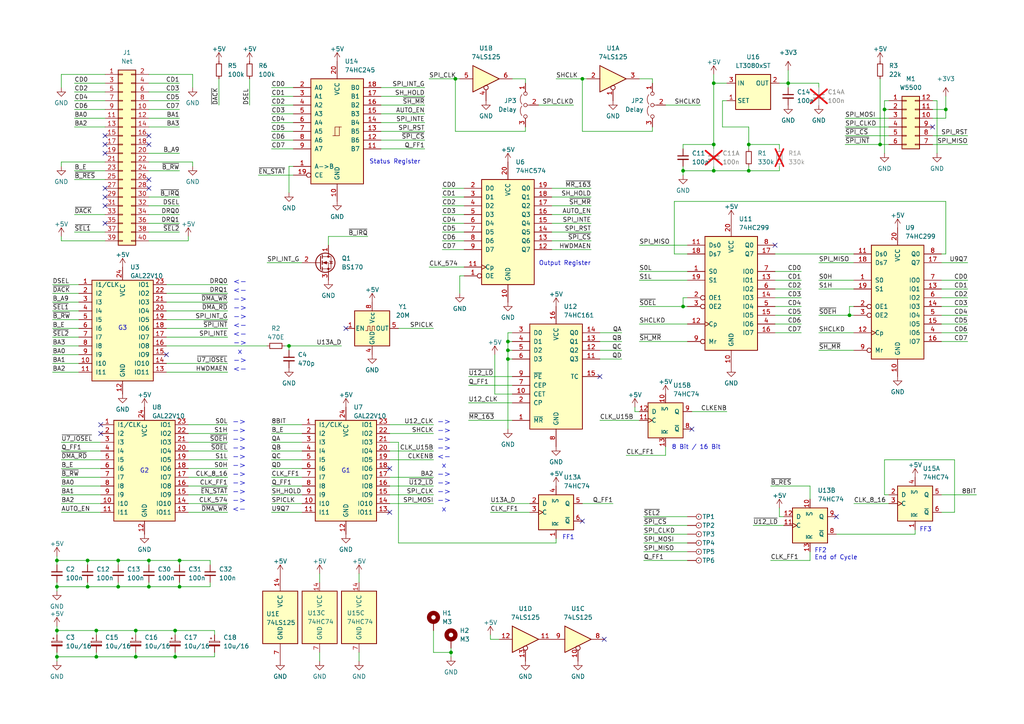
<source format=kicad_sch>
(kicad_sch (version 20231120) (generator "eeschema") (generator_version "8.0")
  (paper "A4")
  (title_block (title "09NET") (date "2025-02-01") (rev "v1.0") (company "100% Offner") (comment 1 "redraw from kees1948 FLEX and UniFLEX System") (comment 2 "v1.0: Initial"))
  (junction (at 147.32 101.6))
  (junction (at 147.32 104.14))
  (junction (at 27.94 190.5))
  (junction (at 16.51 190.5))
  (junction (at 274.32 31.75))
  (junction (at 217.17 49.53))
  (junction (at 207.01 41.91))
  (junction (at 198.12 49.53))
  (junction (at 83.82 100.33))
  (junction (at 43.18 162.56))
  (junction (at 168.91 22.86))
  (junction (at 16.51 170.18))
  (junction (at 147.32 99.06))
  (junction (at 52.07 162.56))
  (junction (at 52.07 170.18))
  (junction (at 228.6 24.13))
  (junction (at 43.18 170.18))
  (junction (at 39.37 182.88))
  (junction (at 207.01 24.13))
  (junction (at 130.81 189.23))
  (junction (at 39.37 190.5))
  (junction (at 34.29 162.56))
  (junction (at 50.8 190.5))
  (junction (at 132.08 22.86))
  (junction (at 34.29 170.18))
  (junction (at 25.4 162.56))
  (junction (at 255.27 41.91))
  (junction (at 217.17 41.91))
  (junction (at 198.12 88.9))
  (junction (at 207.01 49.53))
  (junction (at 25.4 170.18))
  (junction (at 246.38 91.44))
  (junction (at 50.8 182.88))
  (junction (at 16.51 162.56))
  (junction (at 256.54 31.75))
  (junction (at 16.51 182.88))
  (junction (at 27.94 182.88))
  (no_connect (at 270.51 36.83))
  (no_connect (at 30.48 59.69))
  (no_connect (at 242.57 149.86))
  (no_connect (at 100.33 95.25))
  (no_connect (at 43.18 52.07))
  (no_connect (at 30.48 41.91))
  (no_connect (at 175.26 185.42))
  (no_connect (at 224.79 71.12))
  (no_connect (at 43.18 54.61))
  (no_connect (at 173.99 109.22))
  (no_connect (at 29.21 125.73))
  (no_connect (at 30.48 54.61))
  (no_connect (at 30.48 39.37))
  (no_connect (at 113.03 135.89))
  (no_connect (at 43.18 39.37))
  (no_connect (at 30.48 57.15))
  (no_connect (at 113.03 148.59))
  (no_connect (at 48.26 102.87))
  (no_connect (at 168.91 151.13))
  (no_connect (at 30.48 64.77))
  (no_connect (at 200.66 124.46))
  (no_connect (at 29.21 123.19))
  (no_connect (at 43.18 41.91))
  (no_connect (at 30.48 44.45))
  (wire (pts (xy 160.02 64.77) (xy 171.45 64.77)))
  (wire (pts (xy 17.78 69.85) (xy 30.48 69.85)))
  (wire (pts (xy 143.51 102.87) (xy 143.51 114.3)))
  (wire (pts (xy 43.18 36.83) (xy 52.07 36.83)))
  (wire (pts (xy 62.23 189.23) (xy 62.23 190.5)))
  (wire (pts (xy 256.54 29.21) (xy 256.54 31.75)))
  (wire (pts (xy 274.32 73.66) (xy 274.32 58.42)))
  (wire (pts (xy 224.79 81.28) (xy 232.41 81.28)))
  (wire (pts (xy 181.61 132.08) (xy 193.04 132.08)))
  (wire (pts (xy 78.74 138.43) (xy 87.63 138.43)))
  (wire (pts (xy 135.89 109.22) (xy 148.59 109.22)))
  (wire (pts (xy 43.18 170.18) (xy 34.29 170.18)))
  (wire (pts (xy 161.29 22.86) (xy 168.91 22.86)))
  (wire (pts (xy 92.71 191.77) (xy 92.71 189.23)))
  (wire (pts (xy 115.57 95.25) (xy 125.73 95.25)))
  (wire (pts (xy 16.51 171.45) (xy 16.51 170.18)))
  (wire (pts (xy 43.18 29.21) (xy 52.07 29.21)))
  (wire (pts (xy 237.49 81.28) (xy 247.65 81.28)))
  (wire (pts (xy 156.21 30.48) (xy 166.37 30.48)))
  (wire (pts (xy 34.29 168.91) (xy 34.29 170.18)))
  (wire (pts (xy 217.17 41.91) (xy 226.06 41.91)))
  (wire (pts (xy 54.61 125.73) (xy 66.04 125.73)))
  (wire (pts (xy 234.95 140.97) (xy 234.95 144.78)))
  (wire (pts (xy 160.02 72.39) (xy 171.45 72.39)))
  (wire (pts (xy 255.27 22.86) (xy 255.27 41.91)))
  (wire (pts (xy 110.49 30.48) (xy 123.19 30.48)))
  (wire (pts (xy 147.32 99.06) (xy 148.59 99.06)))
  (wire (pts (xy 147.32 101.6) (xy 147.32 104.14)))
  (wire (pts (xy 168.91 22.86) (xy 170.18 22.86)))
  (wire (pts (xy 124.46 77.47) (xy 134.62 77.47)))
  (wire (pts (xy 195.58 73.66) (xy 199.39 73.66)))
  (wire (pts (xy 78.74 123.19) (xy 87.63 123.19)))
  (wire (pts (xy 228.6 24.13) (xy 228.6 25.4)))
  (wire (pts (xy 43.18 168.91) (xy 43.18 170.18)))
  (wire (pts (xy 161.29 157.48) (xy 115.57 157.48)))
  (wire (pts (xy 224.79 86.36) (xy 232.41 86.36)))
  (wire (pts (xy 54.61 138.43) (xy 66.04 138.43)))
  (wire (pts (xy 104.14 166.37) (xy 104.14 168.91)))
  (wire (pts (xy 147.32 96.52) (xy 148.59 96.52)))
  (wire (pts (xy 184.15 118.11) (xy 184.15 119.38)))
  (wire (pts (xy 160.02 69.85) (xy 171.45 69.85)))
  (wire (pts (xy 21.59 31.75) (xy 30.48 31.75)))
  (wire (pts (xy 113.03 125.73) (xy 125.73 125.73)))
  (wire (pts (xy 270.51 39.37) (xy 280.67 39.37)))
  (wire (pts (xy 83.82 100.33) (xy 82.55 100.33)))
  (wire (pts (xy 256.54 31.75) (xy 256.54 44.45)))
  (wire (pts (xy 173.99 121.92) (xy 185.42 121.92)))
  (wire (pts (xy 186.69 154.94) (xy 199.39 154.94)))
  (wire (pts (xy 110.49 27.94) (xy 123.19 27.94)))
  (wire (pts (xy 273.05 96.52) (xy 280.67 96.52)))
  (wire (pts (xy 15.24 100.33) (xy 22.86 100.33)))
  (wire (pts (xy 60.96 170.18) (xy 52.07 170.18)))
  (wire (pts (xy 147.32 96.52) (xy 147.32 99.06)))
  (wire (pts (xy 34.29 162.56) (xy 43.18 162.56)))
  (wire (pts (xy 185.42 93.98) (xy 199.39 93.98)))
  (wire (pts (xy 15.24 97.79) (xy 22.86 97.79)))
  (wire (pts (xy 43.18 44.45) (xy 52.07 44.45)))
  (wire (pts (xy 195.58 58.42) (xy 195.58 73.66)))
  (wire (pts (xy 142.24 185.42) (xy 144.78 185.42)))
  (wire (pts (xy 189.23 38.1) (xy 168.91 38.1)))
  (wire (pts (xy 273.05 81.28) (xy 280.67 81.28)))
  (wire (pts (xy 78.74 135.89) (xy 87.63 135.89)))
  (wire (pts (xy 209.55 29.21) (xy 210.82 29.21)))
  (wire (pts (xy 113.03 128.27) (xy 115.57 128.27)))
  (wire (pts (xy 273.05 93.98) (xy 280.67 93.98)))
  (wire (pts (xy 198.12 49.53) (xy 207.01 49.53)))
  (wire (pts (xy 15.24 87.63) (xy 22.86 87.63)))
  (wire (pts (xy 78.74 146.05) (xy 87.63 146.05)))
  (wire (pts (xy 273.05 86.36) (xy 280.67 86.36)))
  (wire (pts (xy 43.18 31.75) (xy 52.07 31.75)))
  (wire (pts (xy 78.74 125.73) (xy 87.63 125.73)))
  (wire (pts (xy 185.42 71.12) (xy 199.39 71.12)))
  (wire (pts (xy 168.91 38.1) (xy 168.91 22.86)))
  (wire (pts (xy 185.42 81.28) (xy 199.39 81.28)))
  (wire (pts (xy 52.07 168.91) (xy 52.07 170.18)))
  (wire (pts (xy 48.26 95.25) (xy 66.04 95.25)))
  (wire (pts (xy 16.51 162.56) (xy 16.51 161.29)))
  (wire (pts (xy 50.8 182.88) (xy 62.23 182.88)))
  (wire (pts (xy 83.82 48.26) (xy 85.09 48.26)))
  (wire (pts (xy 237.49 91.44) (xy 246.38 91.44)))
  (wire (pts (xy 245.11 34.29) (xy 257.81 34.29)))
  (wire (pts (xy 247.65 146.05) (xy 257.81 146.05)))
  (wire (pts (xy 17.78 128.27) (xy 29.21 128.27)))
  (wire (pts (xy 207.01 43.18) (xy 207.01 41.91)))
  (wire (pts (xy 17.78 146.05) (xy 29.21 146.05)))
  (wire (pts (xy 273.05 148.59) (xy 276.86 148.59)))
  (wire (pts (xy 224.79 96.52) (xy 232.41 96.52)))
  (wire (pts (xy 246.38 91.44) (xy 247.65 91.44)))
  (wire (pts (xy 62.23 182.88) (xy 62.23 184.15)))
  (wire (pts (xy 128.27 69.85) (xy 134.62 69.85)))
  (wire (pts (xy 152.4 22.86) (xy 152.4 24.13)))
  (wire (pts (xy 186.69 157.48) (xy 199.39 157.48)))
  (wire (pts (xy 189.23 36.83) (xy 189.23 38.1)))
  (wire (pts (xy 54.61 133.35) (xy 66.04 133.35)))
  (wire (pts (xy 48.26 97.79) (xy 66.04 97.79)))
  (wire (pts (xy 21.59 26.67) (xy 30.48 26.67)))
  (wire (pts (xy 27.94 182.88) (xy 39.37 182.88)))
  (wire (pts (xy 43.18 67.31) (xy 52.07 67.31)))
  (wire (pts (xy 147.32 104.14) (xy 148.59 104.14)))
  (wire (pts (xy 270.51 34.29) (xy 274.32 34.29)))
  (wire (pts (xy 228.6 20.32) (xy 228.6 24.13)))
  (wire (pts (xy 60.96 162.56) (xy 60.96 163.83)))
  (wire (pts (xy 15.24 90.17) (xy 22.86 90.17)))
  (wire (pts (xy 17.78 140.97) (xy 29.21 140.97)))
  (wire (pts (xy 128.27 62.23) (xy 134.62 62.23)))
  (wire (pts (xy 110.49 38.1) (xy 123.19 38.1)))
  (wire (pts (xy 270.51 31.75) (xy 274.32 31.75)))
  (wire (pts (xy 237.49 25.4) (xy 237.49 24.13)))
  (wire (pts (xy 52.07 62.23) (xy 43.18 62.23)))
  (wire (pts (xy 21.59 36.83) (xy 30.48 36.83)))
  (wire (pts (xy 133.35 80.01) (xy 134.62 80.01)))
  (wire (pts (xy 152.4 38.1) (xy 132.08 38.1)))
  (wire (pts (xy 246.38 88.9) (xy 246.38 91.44)))
  (wire (pts (xy 63.5 22.86) (xy 63.5 30.48)))
  (wire (pts (xy 198.12 41.91) (xy 198.12 43.18)))
  (wire (pts (xy 224.79 73.66) (xy 247.65 73.66)))
  (wire (pts (xy 113.03 140.97) (xy 125.73 140.97)))
  (wire (pts (xy 224.79 78.74) (xy 232.41 78.74)))
  (wire (pts (xy 60.96 168.91) (xy 60.96 170.18)))
  (wire (pts (xy 78.74 25.4) (xy 85.09 25.4)))
  (wire (pts (xy 113.03 143.51) (xy 125.73 143.51)))
  (wire (pts (xy 50.8 190.5) (xy 39.37 190.5)))
  (wire (pts (xy 43.18 21.59) (xy 55.88 21.59)))
  (wire (pts (xy 110.49 40.64) (xy 123.19 40.64)))
  (wire (pts (xy 226.06 147.32) (xy 226.06 149.86)))
  (wire (pts (xy 17.78 133.35) (xy 29.21 133.35)))
  (wire (pts (xy 21.59 49.53) (xy 30.48 49.53)))
  (wire (pts (xy 78.74 130.81) (xy 87.63 130.81)))
  (wire (pts (xy 128.27 72.39) (xy 134.62 72.39)))
  (wire (pts (xy 189.23 22.86) (xy 185.42 22.86)))
  (wire (pts (xy 274.32 31.75) (xy 274.32 34.29)))
  (wire (pts (xy 217.17 41.91) (xy 217.17 36.83)))
  (wire (pts (xy 198.12 49.53) (xy 198.12 48.26)))
  (wire (pts (xy 17.78 48.26) (xy 17.78 46.99)))
  (wire (pts (xy 54.61 123.19) (xy 66.04 123.19)))
  (wire (pts (xy 147.32 104.14) (xy 147.32 124.46)))
  (wire (pts (xy 273.05 83.82) (xy 280.67 83.82)))
  (wire (pts (xy 30.48 21.59) (xy 17.78 21.59)))
  (wire (pts (xy 271.78 29.21) (xy 271.78 44.45)))
  (wire (pts (xy 55.88 21.59) (xy 55.88 25.4)))
  (wire (pts (xy 17.78 68.58) (xy 17.78 69.85)))
  (wire (pts (xy 95.25 68.58) (xy 106.68 68.58)))
  (wire (pts (xy 17.78 148.59) (xy 29.21 148.59)))
  (wire (pts (xy 54.61 143.51) (xy 66.04 143.51)))
  (wire (pts (xy 15.24 85.09) (xy 22.86 85.09)))
  (wire (pts (xy 255.27 41.91) (xy 257.81 41.91)))
  (wire (pts (xy 256.54 31.75) (xy 257.81 31.75)))
  (wire (pts (xy 274.32 27.94) (xy 274.32 31.75)))
  (wire (pts (xy 256.54 133.35) (xy 256.54 143.51)))
  (wire (pts (xy 17.78 130.81) (xy 29.21 130.81)))
  (wire (pts (xy 237.49 83.82) (xy 247.65 83.82)))
  (wire (pts (xy 104.14 191.77) (xy 104.14 189.23)))
  (wire (pts (xy 209.55 36.83) (xy 209.55 29.21)))
  (wire (pts (xy 207.01 24.13) (xy 210.82 24.13)))
  (wire (pts (xy 224.79 83.82) (xy 232.41 83.82)))
  (wire (pts (xy 184.15 119.38) (xy 185.42 119.38)))
  (wire (pts (xy 128.27 64.77) (xy 134.62 64.77)))
  (wire (pts (xy 274.32 58.42) (xy 195.58 58.42)))
  (wire (pts (xy 132.08 22.86) (xy 133.35 22.86)))
  (wire (pts (xy 226.06 49.53) (xy 226.06 48.26)))
  (wire (pts (xy 95.25 71.12) (xy 95.25 68.58)))
  (wire (pts (xy 113.03 146.05) (xy 125.73 146.05)))
  (wire (pts (xy 17.78 138.43) (xy 29.21 138.43)))
  (wire (pts (xy 245.11 36.83) (xy 257.81 36.83)))
  (wire (pts (xy 224.79 91.44) (xy 232.41 91.44)))
  (wire (pts (xy 237.49 101.6) (xy 247.65 101.6)))
  (wire (pts (xy 48.26 100.33) (xy 77.47 100.33)))
  (wire (pts (xy 72.39 22.86) (xy 72.39 30.48)))
  (wire (pts (xy 193.04 30.48) (xy 203.2 30.48)))
  (wire (pts (xy 115.57 157.48) (xy 115.57 128.27)))
  (wire (pts (xy 54.61 130.81) (xy 66.04 130.81)))
  (wire (pts (xy 226.06 41.91) (xy 226.06 43.18)))
  (wire (pts (xy 223.52 140.97) (xy 234.95 140.97)))
  (wire (pts (xy 25.4 162.56) (xy 34.29 162.56)))
  (wire (pts (xy 160.02 57.15) (xy 171.45 57.15)))
  (wire (pts (xy 113.03 123.19) (xy 125.73 123.19)))
  (wire (pts (xy 15.24 95.25) (xy 22.86 95.25)))
  (wire (pts (xy 50.8 182.88) (xy 50.8 184.15)))
  (wire (pts (xy 78.74 43.18) (xy 85.09 43.18)))
  (wire (pts (xy 25.4 168.91) (xy 25.4 170.18)))
  (wire (pts (xy 161.29 156.21) (xy 161.29 157.48)))
  (wire (pts (xy 186.69 149.86) (xy 199.39 149.86)))
  (wire (pts (xy 128.27 54.61) (xy 134.62 54.61)))
  (wire (pts (xy 110.49 35.56) (xy 123.19 35.56)))
  (wire (pts (xy 39.37 182.88) (xy 39.37 184.15)))
  (wire (pts (xy 186.69 160.02) (xy 199.39 160.02)))
  (wire (pts (xy 15.24 105.41) (xy 22.86 105.41)))
  (wire (pts (xy 147.32 101.6) (xy 148.59 101.6)))
  (wire (pts (xy 189.23 22.86) (xy 189.23 24.13)))
  (wire (pts (xy 128.27 59.69) (xy 134.62 59.69)))
  (wire (pts (xy 245.11 39.37) (xy 257.81 39.37)))
  (wire (pts (xy 48.26 92.71) (xy 66.04 92.71)))
  (wire (pts (xy 52.07 170.18) (xy 43.18 170.18)))
  (wire (pts (xy 132.08 38.1) (xy 132.08 22.86)))
  (wire (pts (xy 128.27 57.15) (xy 134.62 57.15)))
  (wire (pts (xy 74.93 50.8) (xy 85.09 50.8)))
  (wire (pts (xy 147.32 99.06) (xy 147.32 101.6)))
  (wire (pts (xy 16.51 182.88) (xy 16.51 181.61)))
  (wire (pts (xy 78.74 133.35) (xy 87.63 133.35)))
  (wire (pts (xy 21.59 24.13) (xy 30.48 24.13)))
  (wire (pts (xy 21.59 67.31) (xy 30.48 67.31)))
  (wire (pts (xy 39.37 190.5) (xy 27.94 190.5)))
  (wire (pts (xy 110.49 25.4) (xy 123.19 25.4)))
  (wire (pts (xy 273.05 76.2) (xy 280.67 76.2)))
  (wire (pts (xy 125.73 189.23) (xy 125.73 182.88)))
  (wire (pts (xy 43.18 49.53) (xy 52.07 49.53)))
  (wire (pts (xy 186.69 152.4) (xy 199.39 152.4)))
  (wire (pts (xy 246.38 88.9) (xy 247.65 88.9)))
  (wire (pts (xy 173.99 101.6) (xy 180.34 101.6)))
  (wire (pts (xy 185.42 99.06) (xy 199.39 99.06)))
  (wire (pts (xy 21.59 34.29) (xy 30.48 34.29)))
  (wire (pts (xy 25.4 162.56) (xy 25.4 163.83)))
  (wire (pts (xy 270.51 41.91) (xy 280.67 41.91)))
  (wire (pts (xy 217.17 49.53) (xy 217.17 48.26)))
  (wire (pts (xy 237.49 96.52) (xy 247.65 96.52)))
  (wire (pts (xy 207.01 24.13) (xy 207.01 41.91)))
  (wire (pts (xy 270.51 29.21) (xy 271.78 29.21)))
  (wire (pts (xy 21.59 52.07) (xy 30.48 52.07)))
  (wire (pts (xy 276.86 133.35) (xy 256.54 133.35)))
  (wire (pts (xy 55.88 48.26) (xy 55.88 46.99)))
  (wire (pts (xy 16.51 163.83) (xy 16.51 162.56)))
  (wire (pts (xy 48.26 105.41) (xy 66.04 105.41)))
  (wire (pts (xy 223.52 162.56) (xy 234.95 162.56)))
  (wire (pts (xy 276.86 148.59) (xy 276.86 133.35)))
  (wire (pts (xy 48.26 107.95) (xy 66.04 107.95)))
  (wire (pts (xy 173.99 99.06) (xy 180.34 99.06)))
  (wire (pts (xy 48.26 87.63) (xy 66.04 87.63)))
  (wire (pts (xy 185.42 88.9) (xy 198.12 88.9)))
  (wire (pts (xy 78.74 143.51) (xy 87.63 143.51)))
  (wire (pts (xy 207.01 41.91) (xy 198.12 41.91)))
  (wire (pts (xy 77.47 76.2) (xy 87.63 76.2)))
  (wire (pts (xy 27.94 189.23) (xy 27.94 190.5)))
  (wire (pts (xy 135.89 121.92) (xy 148.59 121.92)))
  (wire (pts (xy 52.07 162.56) (xy 60.96 162.56)))
  (wire (pts (xy 130.81 190.5) (xy 130.81 189.23)))
  (wire (pts (xy 16.51 191.77) (xy 16.51 190.5)))
  (wire (pts (xy 160.02 59.69) (xy 171.45 59.69)))
  (wire (pts (xy 43.18 26.67) (xy 52.07 26.67)))
  (wire (pts (xy 15.24 92.71) (xy 22.86 92.71)))
  (wire (pts (xy 78.74 30.48) (xy 85.09 30.48)))
  (wire (pts (xy 152.4 22.86) (xy 148.59 22.86)))
  (wire (pts (xy 193.04 132.08) (xy 193.04 129.54)))
  (wire (pts (xy 78.74 148.59) (xy 87.63 148.59)))
  (wire (pts (xy 54.61 146.05) (xy 66.04 146.05)))
  (wire (pts (xy 237.49 24.13) (xy 228.6 24.13)))
  (wire (pts (xy 198.12 50.8) (xy 198.12 49.53)))
  (wire (pts (xy 283.21 143.51) (xy 273.05 143.51)))
  (wire (pts (xy 92.71 166.37) (xy 92.71 168.91)))
  (wire (pts (xy 265.43 154.94) (xy 242.57 154.94)))
  (wire (pts (xy 199.39 86.36) (xy 198.12 86.36)))
  (wire (pts (xy 228.6 24.13) (xy 226.06 24.13)))
  (wire (pts (xy 78.74 40.64) (xy 85.09 40.64)))
  (wire (pts (xy 173.99 104.14) (xy 180.34 104.14)))
  (wire (pts (xy 142.24 148.59) (xy 153.67 148.59)))
  (wire (pts (xy 198.12 86.36) (xy 198.12 88.9)))
  (wire (pts (xy 52.07 64.77) (xy 43.18 64.77)))
  (wire (pts (xy 54.61 128.27) (xy 66.04 128.27)))
  (wire (pts (xy 130.81 189.23) (xy 125.73 189.23)))
  (wire (pts (xy 21.59 29.21) (xy 30.48 29.21)))
  (wire (pts (xy 83.82 101.6) (xy 83.82 100.33)))
  (wire (pts (xy 16.51 170.18) (xy 16.51 168.91)))
  (wire (pts (xy 34.29 170.18) (xy 25.4 170.18)))
  (wire (pts (xy 43.18 24.13) (xy 52.07 24.13)))
  (wire (pts (xy 128.27 67.31) (xy 134.62 67.31)))
  (wire (pts (xy 43.18 57.15) (xy 52.07 57.15)))
  (wire (pts (xy 198.12 88.9) (xy 199.39 88.9)))
  (wire (pts (xy 226.06 149.86) (xy 227.33 149.86)))
  (wire (pts (xy 273.05 99.06) (xy 280.67 99.06)))
  (wire (pts (xy 160.02 54.61) (xy 171.45 54.61)))
  (wire (pts (xy 273.05 91.44) (xy 280.67 91.44)))
  (wire (pts (xy 135.89 111.76) (xy 148.59 111.76)))
  (wire (pts (xy 143.51 114.3) (xy 148.59 114.3)))
  (wire (pts (xy 27.94 190.5) (xy 16.51 190.5)))
  (wire (pts (xy 173.99 96.52) (xy 180.34 96.52)))
  (wire (pts (xy 17.78 143.51) (xy 29.21 143.51)))
  (wire (pts (xy 78.74 38.1) (xy 85.09 38.1)))
  (wire (pts (xy 54.61 140.97) (xy 66.04 140.97)))
  (wire (pts (xy 78.74 35.56) (xy 85.09 35.56)))
  (wire (pts (xy 16.51 182.88) (xy 27.94 182.88)))
  (wire (pts (xy 25.4 170.18) (xy 16.51 170.18)))
  (wire (pts (xy 43.18 46.99) (xy 55.88 46.99)))
  (wire (pts (xy 177.8 146.05) (xy 168.91 146.05)))
  (wire (pts (xy 62.23 190.5) (xy 50.8 190.5)))
  (wire (pts (xy 15.24 102.87) (xy 22.86 102.87)))
  (wire (pts (xy 39.37 189.23) (xy 39.37 190.5)))
  (wire (pts (xy 48.26 90.17) (xy 66.04 90.17)))
  (wire (pts (xy 83.82 100.33) (xy 99.06 100.33)))
  (wire (pts (xy 160.02 62.23) (xy 171.45 62.23)))
  (wire (pts (xy 185.42 78.74) (xy 199.39 78.74)))
  (wire (pts (xy 224.79 93.98) (xy 232.41 93.98)))
  (wire (pts (xy 217.17 36.83) (xy 209.55 36.83)))
  (wire (pts (xy 135.89 116.84) (xy 148.59 116.84)))
  (wire (pts (xy 34.29 162.56) (xy 34.29 163.83)))
  (wire (pts (xy 78.74 140.97) (xy 87.63 140.97)))
  (wire (pts (xy 245.11 41.91) (xy 255.27 41.91)))
  (wire (pts (xy 27.94 182.88) (xy 27.94 184.15)))
  (wire (pts (xy 43.18 162.56) (xy 52.07 162.56)))
  (wire (pts (xy 83.82 48.26) (xy 83.82 55.88)))
  (wire (pts (xy 265.43 153.67) (xy 265.43 154.94)))
  (wire (pts (xy 78.74 128.27) (xy 87.63 128.27)))
  (wire (pts (xy 200.66 119.38) (xy 210.82 119.38)))
  (wire (pts (xy 237.49 76.2) (xy 247.65 76.2)))
  (wire (pts (xy 273.05 73.66) (xy 274.32 73.66)))
  (wire (pts (xy 15.24 107.95) (xy 22.86 107.95)))
  (wire (pts (xy 21.59 62.23) (xy 30.48 62.23)))
  (wire (pts (xy 54.61 68.58) (xy 54.61 69.85)))
  (wire (pts (xy 113.03 130.81) (xy 125.73 130.81)))
  (wire (pts (xy 152.4 36.83) (xy 152.4 38.1)))
  (wire (pts (xy 110.49 33.02) (xy 123.19 33.02)))
  (wire (pts (xy 217.17 49.53) (xy 226.06 49.53)))
  (wire (pts (xy 15.24 82.55) (xy 22.86 82.55)))
  (wire (pts (xy 16.51 184.15) (xy 16.51 182.88)))
  (wire (pts (xy 186.69 162.56) (xy 199.39 162.56)))
  (wire (pts (xy 39.37 182.88) (xy 50.8 182.88)))
  (wire (pts (xy 142.24 146.05) (xy 153.67 146.05)))
  (wire (pts (xy 257.81 29.21) (xy 256.54 29.21)))
  (wire (pts (xy 16.51 162.56) (xy 25.4 162.56)))
  (wire (pts (xy 43.18 162.56) (xy 43.18 163.83)))
  (wire (pts (xy 273.05 88.9) (xy 280.67 88.9)))
  (wire (pts (xy 207.01 21.59) (xy 207.01 24.13)))
  (wire (pts (xy 50.8 189.23) (xy 50.8 190.5)))
  (wire (pts (xy 124.46 22.86) (xy 132.08 22.86)))
  (wire (pts (xy 52.07 162.56) (xy 52.07 163.83)))
  (wire (pts (xy 43.18 34.29) (xy 52.07 34.29)))
  (wire (pts (xy 217.17 43.18) (xy 217.17 41.91)))
  (wire (pts (xy 224.79 88.9) (xy 232.41 88.9)))
  (wire (pts (xy 17.78 21.59) (xy 17.78 25.4)))
  (wire (pts (xy 142.24 184.15) (xy 142.24 185.42)))
  (wire (pts (xy 256.54 143.51) (xy 257.81 143.51)))
  (wire (pts (xy 130.81 189.23) (xy 130.81 187.96)))
  (wire (pts (xy 218.44 152.4) (xy 227.33 152.4)))
  (wire (pts (xy 234.95 162.56) (xy 234.95 160.02)))
  (wire (pts (xy 110.49 43.18) (xy 123.19 43.18)))
  (wire (pts (xy 160.02 67.31) (xy 171.45 67.31)))
  (wire (pts (xy 43.18 69.85) (xy 54.61 69.85)))
  (wire (pts (xy 78.74 27.94) (xy 85.09 27.94)))
  (wire (pts (xy 52.07 59.69) (xy 43.18 59.69)))
  (wire (pts (xy 113.03 138.43) (xy 125.73 138.43)))
  (wire (pts (xy 207.01 49.53) (xy 217.17 49.53)))
  (wire (pts (xy 54.61 135.89) (xy 66.04 135.89)))
  (wire (pts (xy 17.78 135.89) (xy 29.21 135.89)))
  (wire (pts (xy 17.78 46.99) (xy 30.48 46.99)))
  (wire (pts (xy 48.26 82.55) (xy 66.04 82.55)))
  (wire (pts (xy 48.26 85.09) (xy 66.04 85.09)))
  (wire (pts (xy 54.61 148.59) (xy 66.04 148.59)))
  (wire (pts (xy 113.03 133.35) (xy 125.73 133.35)))
  (wire (pts (xy 78.74 33.02) (xy 85.09 33.02)))
  (wire (pts (xy 207.01 49.53) (xy 207.01 48.26)))
  (wire (pts (xy 16.51 190.5) (xy 16.51 189.23)))
  (wire (pts (xy 133.35 80.01) (xy 133.35 85.09)))
  (text "FF3" (at 268.478 153.67 0) (effects (font (size 1.27 1.27))))
  (text "FF1" (at 164.846 155.956 0) (effects (font (size 1.27 1.27))))
  (text "Output Register" (at 163.83 76.454 0) (effects (font (size 1.27 1.27))))
  (text "->\n->\n->\n->\n->\n->\n->\n->\n->\n->\n<-" (at 69.342 135.128 0) (effects (font (size 1.5748 1.5748))))
  (text "FF2\nEnd of Cycle" (at 236.22 160.782 0) (effects (font (size 1.27 1.27)) (justify left)))
  (text "G3" (at 35.56 95.25 0) (effects (font (size 1.27 1.27))))
  (text "G1" (at 100.33 136.652 0) (effects (font (size 1.27 1.27))))
  (text "<-\n<-\n->\n->\n->\n<-\n<-\n->\nx\n->\n<-" (at 69.596 94.488 0) (effects (font (size 1.5748 1.5748))))
  (text "8 Bit / 16 Bit" (at 201.93 129.794 0) (effects (font (size 1.27 1.27))))
  (text "Status Register" (at 114.554 46.99 0) (effects (font (size 1.27 1.27))))
  (text "->\n->\n->\n->\n<-\nx\n->\n->\n->\n->\nx" (at 128.778 135.128 0) (effects (font (size 1.5748 1.5748))))
  (text "G2" (at 41.91 136.652 0) (effects (font (size 1.27 1.27))))
  (label "U9Q7" (at 280.67 76.2 180))
  (label "CD1" (at 232.41 81.28 180))
  (label "SPI_RST" (at 123.19 38.1 180))
  (label "~{EN_STAT}" (at 74.93 50.8 0))
  (label "BA0" (at 21.59 34.29 0))
  (label "Q_FF1" (at 78.74 140.97 0))
  (label "CD6" (at 128.27 69.85 0))
  (label "~{SEL1}" (at 15.24 90.17 0))
  (label "~{MR_163}" (at 135.89 121.92 0))
  (label "CLK_FF1" (at 66.04 140.97 180))
  (label "CD3" (at 52.07 26.67 180))
  (label "~{U12_LD}" (at 218.44 152.4 0))
  (label "SPI_INT_G" (at 77.47 76.2 0))
  (label "QC" (at 180.34 101.6 180))
  (label "S1L" (at 66.04 133.35 180))
  (label "QB" (at 78.74 130.81 0))
  (label "SPI_CLKD" (at 186.69 154.94 0))
  (label "U12_CLK" (at 125.73 123.19 180))
  (label "U13A_D" (at 142.24 146.05 0))
  (label "~{SEL2}" (at 186.69 149.86 0))
  (label "~{DMA_RD}" (at 17.78 133.35 0))
  (label "CD3" (at 78.74 33.02 0))
  (label "CD5" (at 232.41 91.44 180))
  (label "SPI_MOSI" (at 245.11 34.29 0))
  (label "SPI_INT_G" (at 123.19 25.4 180))
  (label "~{SPI_CS}" (at 123.19 40.64 180))
  (label "CD0" (at 78.74 25.4 0))
  (label "BA2" (at 17.78 146.05 0))
  (label "8BIT" (at 78.74 123.19 0))
  (label "~{SOEL}" (at 185.42 88.9 0))
  (label "HWDMAEN" (at 66.04 107.95 180))
  (label "CLK_FF1" (at 223.52 162.56 0))
  (label "SPI_CLKD" (at 166.37 30.48 180))
  (label "~{B_RES}" (at 223.52 140.97 0))
  (label "~{SH_MR}" (at 185.42 99.06 0))
  (label "CD5" (at 78.74 38.1 0))
  (label "~{SOEH}" (at 66.04 128.27 180))
  (label "~{B_RES}" (at 21.59 52.07 0))
  (label "HWDMAEN" (at 171.45 72.39 180))
  (label "U13A_D" (at 99.06 100.33 180))
  (label "CD7" (at 232.41 96.52 180))
  (label "~{MR_163}" (at 171.45 54.61 180))
  (label "CD1" (at 128.27 57.15 0))
  (label "QC" (at 78.74 133.35 0))
  (label "Q_FF1" (at 123.19 43.18 180))
  (label "CD2" (at 128.27 59.69 0))
  (label "AUTO_EN" (at 123.19 33.02 180))
  (label "S1L" (at 185.42 81.28 0))
  (label "BA3" (at 52.07 36.83 180))
  (label "QD" (at 78.74 135.89 0))
  (label "~{DACK}" (at 21.59 62.23 0))
  (label "SPI_MOSI" (at 125.73 146.05 180))
  (label "CLK_8_16" (at 66.04 138.43 180))
  (label "CD7" (at 280.67 99.06 180))
  (label "SPICLK" (at 125.73 95.25 180))
  (label "SPI_MISO" (at 186.69 160.02 0))
  (label "SHCLK" (at 161.29 22.86 0))
  (label "~{SPI_INT}" (at 66.04 95.25 180))
  (label "CD4" (at 128.27 64.77 0))
  (label "SH_HOLD" (at 123.19 27.94 180))
  (label "~{SEL2}" (at 52.07 67.31 180))
  (label "S0L" (at 66.04 123.19 180))
  (label "AUTO_EN" (at 171.45 62.23 180))
  (label "CD3" (at 232.41 86.36 180))
  (label "~{SEL2}" (at 15.24 97.79 0))
  (label "CD1" (at 52.07 24.13 180))
  (label "CD4" (at 232.41 88.9 180))
  (label "SPI_MISO" (at 280.67 41.91 180))
  (label "~{SPI_CS}" (at 245.11 39.37 0))
  (label "SHCLKD" (at 203.2 30.48 180))
  (label "SPI_INTE" (at 171.45 64.77 180))
  (label "~{B_IRQ}" (at 52.07 57.15 180))
  (label "CD2" (at 21.59 26.67 0))
  (label "~{U12_LD}" (at 135.89 109.22 0))
  (label "~{SPI_CS}" (at 186.69 152.4 0))
  (label "Q_FF1" (at 177.8 146.05 180))
  (label "QA" (at 180.34 96.52 180))
  (label "CLKENB" (at 210.82 119.38 180))
  (label "CD5" (at 280.67 93.98 180))
  (label "QD" (at 180.34 104.14 180))
  (label "CD1" (at 78.74 27.94 0))
  (label "~{B_RW}" (at 52.07 49.53 180))
  (label "CLK_FF1" (at 181.61 132.08 0))
  (label "SPI_MISO" (at 237.49 76.2 0))
  (label "~{B_IRQ}" (at 106.68 68.58 180))
  (label "CD4" (at 280.67 91.44 180))
  (label "CLK_574" (at 124.46 77.47 0))
  (label "CD6" (at 232.41 93.98 180))
  (label "~{DACK}" (at 63.5 30.48 90))
  (label "S0L" (at 185.42 78.74 0))
  (label "SPI_INTE" (at 66.04 97.79 180))
  (label "B_E" (at 17.78 135.89 0))
  (label "S1H" (at 237.49 83.82 0))
  (label "SPI_MOSI" (at 186.69 157.48 0))
  (label "BA3" (at 15.24 100.33 0))
  (label "~{EN_STAT}" (at 66.04 143.51 180))
  (label "U9Q7" (at 78.74 148.59 0))
  (label "Q_FF1" (at 186.69 162.56 0))
  (label "AUTO_EN" (at 17.78 148.59 0))
  (label "QB" (at 180.34 99.06 180))
  (label "CD2" (at 280.67 86.36 180))
  (label "S0H" (at 66.04 135.89 180))
  (label "CLK_8_16" (at 247.65 146.05 0))
  (label "~{DACK}" (at 15.24 85.09 0))
  (label "B_A9" (at 15.24 87.63 0))
  (label "CD4" (at 21.59 29.21 0))
  (label "U12_CLK" (at 135.89 116.84 0))
  (label "CD3" (at 280.67 88.9 180))
  (label "DRQ0" (at 52.07 62.23 180))
  (label "CD5" (at 52.07 29.21 180))
  (label "CD7" (at 78.74 43.18 0))
  (label "Q_FF1" (at 135.89 111.76 0))
  (label "BA0" (at 15.24 102.87 0))
  (label "CD6" (at 78.74 40.64 0))
  (label "S0H" (at 237.49 81.28 0))
  (label "~{SOEH}" (at 237.49 91.44 0))
  (label "CD0" (at 232.41 78.74 180))
  (label "B_A9" (at 52.07 44.45 180))
  (label "~{DMA_WR}" (at 66.04 87.63 180))
  (label "CD6" (at 21.59 31.75 0))
  (label "CLK_FF1" (at 142.24 148.59 0))
  (label "DSEL" (at 52.07 59.69 180))
  (label "SPI_INTE" (at 123.19 35.56 180))
  (label "CD0" (at 128.27 54.61 0))
  (label "B_E" (at 15.24 95.25 0))
  (label "~{B_RW}" (at 17.78 138.43 0))
  (label "B_E" (at 78.74 125.73 0))
  (label "BA2" (at 125.73 138.43 180))
  (label "~{SOEL}" (at 66.04 130.81 180))
  (label "SHCLKD" (at 237.49 96.52 0))
  (label "~{U7_IOSEL}" (at 66.04 105.41 180))
  (label "CLKENB" (at 125.73 133.35 180))
  (label "~{U12_LD}" (at 125.73 140.97 180))
  (label "~{SEL1}" (at 21.59 67.31 0))
  (label "QA" (at 78.74 128.27 0))
  (label "SH_HOLD" (at 171.45 57.15 180))
  (label "~{B_RW}" (at 15.24 92.71 0))
  (label "BA1" (at 17.78 143.51 0))
  (label "BA1" (at 52.07 34.29 180))
  (label "~{DMA_WR}" (at 66.04 148.59 180))
  (label "~{SH_MR}" (at 123.19 30.48 180))
  (label "CD0" (at 280.67 81.28 180))
  (label "CLK_U15B" (at 125.73 130.81 180))
  (label "CLK_574" (at 66.04 146.05 180))
  (label "BA2" (at 21.59 36.83 0))
  (label "DSEL" (at 15.24 82.55 0))
  (label "SPI_INT_G" (at 66.04 92.71 180))
  (label "SPI_CLK" (at 125.73 143.51 180))
  (label "CD3" (at 128.27 62.23 0))
  (label "S1H" (at 66.04 125.73 180))
  (label "CD1" (at 280.67 83.82 180))
  (label "~{SH_MR}" (at 237.49 101.6 0))
  (label "~{SPI_CS}" (at 171.45 69.85 180))
  (label "CD4" (at 78.74 35.56 0))
  (label "DRQ0" (at 66.04 82.55 180))
  (label "CD0" (at 21.59 24.13 0))
  (label "~{SPI_INT}" (at 245.11 41.91 0))
  (label "CD6" (at 280.67 96.52 180))
  (label "CD2" (at 78.74 30.48 0))
  (label "CD7" (at 52.07 31.75 180))
  (label "SPICLK" (at 78.74 146.05 0))
  (label "DSEL" (at 72.39 30.48 90))
  (label "SH_HOLD" (at 78.74 143.51 0))
  (label "SPI_CLKD" (at 245.11 36.83 0))
  (label "SPI_RST" (at 280.67 39.37 180))
  (label "~{SH_MR}" (at 171.45 59.69 180))
  (label "CLK_U15B" (at 173.99 121.92 0))
  (label "SHCLK" (at 125.73 125.73 180))
  (label "~{U7_IOSEL}" (at 17.78 128.27 0))
  (label "CLK_FF1" (at 78.74 138.43 0))
  (label "SPI_CLK" (at 124.46 22.86 0))
  (label "SHCLKD" (at 185.42 93.98 0))
  (label "CD5" (at 128.27 67.31 0))
  (label "SPI_MISO" (at 185.42 71.12 0))
  (label "B_E" (at 21.59 49.53 0))
  (label "SPI_RST" (at 171.45 67.31 180))
  (label "BA2" (at 15.24 107.95 0))
  (label "~{DMA_RD}" (at 66.04 90.17 180))
  (label "BA1" (at 15.24 105.41 0))
  (label "CD2" (at 232.41 83.82 180))
  (label "DRQ1" (at 52.07 64.77 180))
  (label "Q_FF1" (at 17.78 130.81 0))
  (label "BA0" (at 17.78 140.97 0))
  (label "CD7" (at 128.27 72.39 0))
  (label "8BIT" (at 283.21 143.51 180))
  (label "DRQ1" (at 66.04 85.09 180))
  (symbol (lib_id "power:GND") (at 260.35 109.22 0) (unit 1)
    (property "Reference" "#PWR29" (effects (hide yes)))
    (property "Value" "GND" (at 260.35 113.6634 0))
  )
  (symbol (lib_id "power:+5V") (at 143.51 102.87 0) (mirror y) (unit 1)
    (property "Reference" "#PWR42" (effects (hide yes)))
    (property "Value" "+5V" (at 143.51 99.2942 0))
  )
  (symbol (lib_id "power:GND") (at 97.79 58.42 0) (unit 1)
    (property "Reference" "#PWR061" (effects (hide yes)))
    (property "Value" "GND" (at 97.79 62.8634 0))
  )
  (symbol (lib_id "74xx:74LS125") (at 152.4 185.42 0) (unit 4)
    (property "Reference" "U1" (at 152.4 176.53 0))
    (property "Value" "74LS125" (at 152.4 179.07 0))
    (property "Datasheet" "http://www.ti.com/lit/gpn/sn74LS125" (effects (hide yes)))
    (property "Description" "Quad buffer 3-State outputs" (effects (hide yes)))
  )
  (symbol (lib_id "74xx:74LS74") (at 104.14 179.07 0) (unit 3)
    (property "Reference" "U15" (at 100.584 177.8 0) (effects (justify left)))
    (property "Value" "74HC74" (at 100.584 180.34 0) (effects (justify left)))
    (property "Datasheet" "74xx/74hc_hct74.pdf" (effects (hide yes)))
    (property "Description" "Dual D Flip-flop, Set & Reset" (effects (hide yes)))
  )
  (symbol (lib_id "power:GND") (at 41.91 154.94 0) (unit 1)
    (property "Reference" "#PWR22" (effects (hide yes)))
    (property "Value" "GND" (at 41.91 159.3834 0))
  )
  (symbol (lib_id "Device:C_Small") (at 228.6 27.94 0) (unit 1)
    (property "Reference" "C14" (at 231.14 26.6762 0) (effects (justify left)))
    (property "Value" "100n" (at 231.14 29.2162 0) (effects (justify left)))
    (property "Description" "Unpolarized capacitor, small symbol" (effects (hide yes)))
  )
  (symbol (lib_id "74xx:74LS299") (at 212.09 83.82 0) (unit 1)
    (property "Reference" "U11" (at 214.2841 63.5 0) (effects (justify left)))
    (property "Value" "74HC299" (at 214.2841 66.04 0) (effects (justify left)))
    (property "Datasheet" "http://www.ti.com/lit/gpn/sn74LS299" (effects (hide yes)))
    (property "Description" "8-bit Universal shift/storage Register" (effects (hide yes)))
  )
  (symbol (lib_id "power:GND") (at 130.81 190.5 0) (unit 1)
    (property "Reference" "#PWR59" (effects (hide yes)))
    (property "Value" "GND" (at 130.81 194.9434 0))
  )
  (symbol (lib_id "74xx:74LS125") (at 167.64 185.42 0) (unit 3)
    (property "Reference" "U1" (at 167.64 176.53 0))
    (property "Value" "74LS125" (at 167.64 179.07 0))
    (property "Datasheet" "http://www.ti.com/lit/gpn/sn74LS125" (effects (hide yes)))
    (property "Description" "Quad buffer 3-State outputs" (effects (hide yes)))
  )
  (symbol (lib_id "74xx:74LS161") (at 161.29 109.22 0) (unit 1)
    (property "Reference" "U12" (at 163.4841 88.9 0) (effects (justify left)))
    (property "Value" "74HC161" (at 163.4841 91.44 0) (effects (justify left)))
    (property "Datasheet" "http://www.ti.com/lit/gpn/sn74LS161" (effects (hide yes)))
    (property "Description" "Synchronous 4-bit programmable binary Counter" (effects (hide yes)))
  )
  (symbol (lib_id "74xx:74LS74") (at 193.04 121.92 0) (unit 2)
    (property "Reference" "U15" (at 195.2341 111.76 0) (effects (justify left)))
    (property "Value" "74HC74" (at 195.2341 114.3 0) (effects (justify left)))
    (property "Datasheet" "74xx/74hc_hct74.pdf" (effects (hide yes)))
    (property "Description" "Dual D Flip-flop, Set & Reset" (effects (hide yes)))
  )
  (symbol (lib_id "power:GND") (at 167.64 191.77 0) (unit 1)
    (property "Reference" "#PWR6" (effects (hide yes)))
    (property "Value" "GND" (at 167.64 196.2134 0))
  )
  (symbol (lib_id "Device:C_Small") (at 16.51 166.37 0) (unit 1)
    (property "Reference" "C2" (at 19.05 165.1062 0) (effects (justify left)))
    (property "Value" "100n" (at 19.05 167.6462 0) (effects (justify left)))
    (property "Description" "Unpolarized capacitor, small symbol" (effects (hide yes)))
  )
  (symbol (lib_id "power:GND") (at 83.82 106.68 0) (unit 1)
    (property "Reference" "#PWR12" (effects (hide yes)))
    (property "Value" "GND" (at 83.82 111.1234 0))
  )
  (symbol (lib_id "power:+5V") (at 147.32 46.99 0) (mirror y) (unit 1)
    (property "Reference" "#PWR39" (effects (hide yes)))
    (property "Value" "+5V" (at 147.32 43.4142 0))
  )
  (symbol (lib_id "Device:C_Polarized_Small") (at 27.94 186.69 0) (unit 1)
    (property "Reference" "C15" (at 30.48 184.8738 0) (effects (justify left)))
    (property "Value" "10u/16" (at 30.48 187.4138 0) (effects (justify left)))
    (property "Description" "Polarized capacitor, small symbol" (effects (hide yes)))
  )
  (symbol (lib_id "Device:C_Polarized_Small") (at 50.8 186.69 0) (unit 1)
    (property "Reference" "C17" (at 53.34 184.8738 0) (effects (justify left)))
    (property "Value" "10u/16" (at 53.34 187.4138 0) (effects (justify left)))
    (property "Description" "Polarized capacitor, small symbol" (effects (hide yes)))
  )
  (symbol (lib_id "74xx:74LS74") (at 92.71 179.07 0) (unit 3)
    (property "Reference" "U13" (at 89.154 177.8 0) (effects (justify left)))
    (property "Value" "74HC74" (at 89.154 180.34 0) (effects (justify left)))
    (property "Datasheet" "74xx/74hc_hct74.pdf" (effects (hide yes)))
    (property "Description" "Dual D Flip-flop, Set & Reset" (effects (hide yes)))
  )
  (symbol (lib_id "power:+5V") (at 54.61 68.58 0) (mirror y) (unit 1)
    (property "Reference" "#PWR018" (effects (hide yes)))
    (property "Value" "+5V" (at 54.61 65.0042 0))
  )
  (symbol (lib_id "power:+5V") (at 226.06 147.32 0) (mirror y) (unit 1)
    (property "Reference" "#PWR52" (effects (hide yes)))
    (property "Value" "+5V" (at 226.06 143.7442 0))
  )
  (symbol (lib_id "74xx:74LS125") (at 81.28 179.07 0) (unit 5)
    (property "Reference" "U1" (at 77.216 178.054 0) (effects (justify left)))
    (property "Value" "74LS125" (at 77.216 180.594 0) (effects (justify left)))
    (property "Datasheet" "http://www.ti.com/lit/gpn/sn74LS125" (effects (hide yes)))
    (property "Description" "Quad buffer 3-State outputs" (effects (hide yes)))
  )
  (symbol (lib_id "power:GND") (at 228.6 30.48 0) (unit 1)
    (property "Reference" "#PWR56" (effects (hide yes)))
    (property "Value" "GND" (at 228.6 34.9234 0))
  )
  (symbol (lib_id "Device:C_Polarized_Small") (at 39.37 186.69 0) (unit 1)
    (property "Reference" "C16" (at 41.91 184.8738 0) (effects (justify left)))
    (property "Value" "10u/16" (at 41.91 187.4138 0) (effects (justify left)))
    (property "Description" "Polarized capacitor, small symbol" (effects (hide yes)))
  )
  (symbol (lib_id "power:GND") (at 177.8 29.21 0) (unit 1)
    (property "Reference" "#PWR10" (effects (hide yes)))
    (property "Value" "GND" (at 177.8 33.6534 0))
  )
  (symbol (lib_id "power:GND") (at 256.54 44.45 0) (unit 1)
    (property "Reference" "#PWR30" (effects (hide yes)))
    (property "Value" "GND" (at 256.54 48.8934 0))
  )
  (symbol (lib_id "power:GND") (at 161.29 129.54 0) (unit 1)
    (property "Reference" "#PWR37" (effects (hide yes)))
    (property "Value" "GND" (at 161.29 133.9834 0))
  )
  (symbol (lib_id "power:GND") (at 55.88 25.4 0) (unit 1)
    (property "Reference" "#PWR013" (effects (hide yes)))
    (property "Value" "GND" (at 55.88 29.8434 0))
  )
  (symbol (lib_id "power:GND") (at 104.14 191.77 0) (unit 1)
    (property "Reference" "#PWR46" (effects (hide yes)))
    (property "Value" "GND" (at 104.14 196.2134 0))
  )
  (symbol (lib_id "power:GND") (at 198.12 50.8 0) (unit 1)
    (property "Reference" "#PWR58" (effects (hide yes)))
    (property "Value" "GND" (at 198.12 55.2434 0))
  )
  (symbol (lib_id "power:+3V3") (at 274.32 27.94 0) (unit 1)
    (property "Reference" "#PWR31" (effects (hide yes)))
    (property "Value" "+3V3" (at 274.32 22.86 0))
    (property "Description" "Power symbol creates a global label with name \"+3V3\"" (effects (hide yes)))
  )
  (symbol (lib_id "power:+5V") (at 193.04 114.3 0) (mirror y) (unit 1)
    (property "Reference" "#PWR49" (effects (hide yes)))
    (property "Value" "+5V" (at 193.04 110.7242 0))
  )
  (symbol (lib_id "74xx:74LS125") (at 140.97 22.86 0) (unit 2)
    (property "Reference" "U1" (at 140.97 13.97 0))
    (property "Value" "74LS125" (at 140.97 16.51 0))
    (property "Datasheet" "http://www.ti.com/lit/gpn/sn74LS125" (effects (hide yes)))
    (property "Description" "Quad buffer 3-State outputs" (effects (hide yes)))
  )
  (symbol (lib_id "Device:R_Small") (at 255.27 20.32 180) (unit 1)
    (property "Reference" "R3" (at 257.81 19.0499 0) (effects (justify right)))
    (property "Value" "22k" (at 257.81 21.5899 0) (effects (justify right)))
    (property "Description" "Resistor, small symbol" (effects (hide yes)))
  )
  (symbol (lib_id "power:+5V") (at 265.43 138.43 0) (mirror y) (unit 1)
    (property "Reference" "#PWR51" (effects (hide yes)))
    (property "Value" "+5V" (at 265.43 134.8542 0))
  )
  (symbol (lib_id "Device:C_Small") (at 207.01 45.72 0) (unit 1) (dnp yes)
    (property "Reference" "C11A" (at 209.55 44.4562 0) (effects (justify left)))
    (property "Value" "100n" (at 209.55 46.9962 0) (effects (justify left)))
    (property "Description" "Unpolarized capacitor, small symbol" (effects (hide yes)))
  )
  (symbol (lib_id "power:GND") (at 271.78 44.45 0) (unit 1)
    (property "Reference" "#PWR32" (effects (hide yes)))
    (property "Value" "GND" (at 271.78 48.8934 0))
  )
  (symbol (lib_id "74xx:74LS74") (at 265.43 146.05 0) (unit 1)
    (property "Reference" "U15" (at 267.6241 135.89 0) (effects (justify left)))
    (property "Value" "74HC74" (at 267.6241 138.43 0) (effects (justify left)))
    (property "Datasheet" "74xx/74hc_hct74.pdf" (effects (hide yes)))
    (property "Description" "Dual D Flip-flop, Set & Reset" (effects (hide yes)))
  )
  (symbol (lib_id "Oscillator:CXO_DIP8") (at 107.95 95.25 0) (unit 1)
    (property "Reference" "Y1" (at 116.84 88.9314 0))
    (property "Value" "20M" (at 116.84 91.4714 0))
    (property "Footprint" "Oscillator:Oscillator_DIP-8" (effects (hide yes)))
    (property "Datasheet" "http://cdn-reichelt.de/documents/datenblatt/B400/OSZI.pdf" (effects (hide yes)))
    (property "Description" "Crystal Clock Oscillator, DIP8-style metal package" (effects (hide yes)))
  )
  (symbol (lib_id "Mechanical:MountingHole_Pad") (at 125.73 180.34 0) (unit 1) (exclude_from_sim yes) (in_bom no)
    (property "Reference" "H1" (at 128.27 177.7999 0) (effects (justify left)))
    (property "Value" "M3" (at 128.27 180.3399 0) (effects (justify left)))
    (property "Description" "Mounting Hole with connection" (effects (hide yes)))
  )
  (symbol (lib_id "power:GND") (at 147.32 87.63 0) (unit 1)
    (property "Reference" "#PWR40" (effects (hide yes)))
    (property "Value" "GND" (at 147.32 92.0734 0))
  )
  (symbol (lib_id "power:+5V") (at 260.35 66.04 0) (mirror y) (unit 1)
    (property "Reference" "#PWR27" (effects (hide yes)))
    (property "Value" "+5V" (at 260.35 62.4642 0))
  )
  (symbol (lib_id "power:GND") (at 83.82 55.88 0) (unit 1)
    (property "Reference" "#PWR062" (effects (hide yes)))
    (property "Value" "GND" (at 83.82 60.3234 0))
  )
  (symbol (lib_id "power:+5V") (at 16.51 161.29 0) (mirror y) (unit 1)
    (property "Reference" "#PWR1" (effects (hide yes)))
    (property "Value" "+5V" (at 16.51 157.7142 0))
  )
  (symbol (lib_id "power:+5V") (at 72.39 17.78 0) (mirror y) (unit 1)
    (property "Reference" "#PWR48" (effects (hide yes)))
    (property "Value" "+5V" (at 72.39 14.2042 0))
  )
  (symbol (lib_id "power:+5V") (at 92.71 166.37 0) (mirror y) (unit 1)
    (property "Reference" "#PWR43" (effects (hide yes)))
    (property "Value" "+5V" (at 92.71 162.7942 0))
  )
  (symbol (lib_id "Connector:TestPoint") (at 199.39 149.86 270) (unit 1)
    (property "Reference" "TP1" (at 203.708 149.86 90) (effects (justify left)))
    (property "Value" "." (at 202.184 149.352 90) (effects (justify left)))
    (property "Description" "test point" (effects (hide yes)))
  )
  (symbol (lib_id "power:+5V") (at 212.09 63.5 0) (mirror y) (unit 1)
    (property "Reference" "#PWR23" (effects (hide yes)))
    (property "Value" "+5V" (at 212.09 59.9242 0))
  )
  (symbol (lib_id "power:GND") (at 55.88 48.26 0) (unit 1)
    (property "Reference" "#PWR015" (effects (hide yes)))
    (property "Value" "GND" (at 55.88 52.7034 0))
  )
  (symbol (lib_id "power:+5V") (at 104.14 166.37 0) (mirror y) (unit 1)
    (property "Reference" "#PWR45" (effects (hide yes)))
    (property "Value" "+5V" (at 104.14 162.7942 0))
  )
  (symbol (lib_id "Device:C_Small") (at 34.29 166.37 0) (unit 1)
    (property "Reference" "C13" (at 36.83 165.1062 0) (effects (justify left)))
    (property "Value" "100n" (at 36.83 167.6462 0) (effects (justify left)))
    (property "Description" "Unpolarized capacitor, small symbol" (effects (hide yes)))
  )
  (symbol (lib_id "power:+5V") (at 97.79 17.78 0) (mirror y) (unit 1)
    (property "Reference" "#PWR060" (effects (hide yes)))
    (property "Value" "+5V" (at 97.79 14.2042 0))
  )
  (symbol (lib_id "Device:C_Polarized_Small") (at 62.23 186.69 0) (unit 1)
    (property "Reference" "C18" (at 64.77 184.8738 0) (effects (justify left)))
    (property "Value" "10u/16" (at 64.77 187.4138 0) (effects (justify left)))
    (property "Description" "Polarized capacitor, small symbol" (effects (hide yes)))
  )
  (symbol (lib_id "power:GND") (at 17.78 25.4 0) (mirror y) (unit 1)
    (property "Reference" "#PWR014" (effects (hide yes)))
    (property "Value" "GND" (at 17.78 29.8434 0))
  )
  (symbol (lib_id "Device:R_Small") (at 217.17 45.72 180) (unit 1)
    (property "Reference" "R1" (at 219.71 44.4499 0) (effects (justify right)))
    (property "Value" "330k" (at 219.71 46.9899 0) (effects (justify right)))
    (property "Description" "Resistor, small symbol" (effects (hide yes)))
  )
  (symbol (lib_id "power:GND") (at 17.78 48.26 0) (unit 1)
    (property "Reference" "#PWR016" (effects (hide yes)))
    (property "Value" "GND" (at 17.78 52.7034 0))
  )
  (symbol (lib_id "Device:C_Small") (at 43.18 166.37 0) (unit 1)
    (property "Reference" "C30" (at 45.72 165.1062 0) (effects (justify left)))
    (property "Value" "100n" (at 45.72 167.6462 0) (effects (justify left)))
    (property "Description" "Unpolarized capacitor, small symbol" (effects (hide yes)))
  )
  (symbol (lib_id "power:GND") (at 152.4 191.77 0) (unit 1)
    (property "Reference" "#PWR5" (effects (hide yes)))
    (property "Value" "GND" (at 152.4 196.2134 0))
  )
  (symbol (lib_id "my_ics_new:GAL22V10") (at 41.91 135.89 0) (unit 1)
    (property "Reference" "U8" (at 44.1041 118.11 0) (effects (justify left)))
    (property "Value" "GAL22V10" (at 44.1041 120.65 0) (effects (justify left)))
    (property "Description" "Programmable Logic Array, DIP-20/SOIC-20/PLCC-20" (effects (hide yes)))
  )
  (symbol (lib_id "power:+5V") (at 161.29 88.9 0) (mirror y) (unit 1)
    (property "Reference" "#PWR36" (effects (hide yes)))
    (property "Value" "+5V" (at 161.29 85.3242 0))
  )
  (symbol (lib_id "power:+5V") (at 184.15 118.11 0) (mirror y) (unit 1)
    (property "Reference" "#PWR50" (effects (hide yes)))
    (property "Value" "+5V" (at 184.15 114.5342 0))
  )
  (symbol (lib_id "power:+5V") (at 16.51 181.61 0) (mirror y) (unit 1)
    (property "Reference" "#PWR025" (effects (hide yes)))
    (property "Value" "+5V" (at 16.51 178.0342 0))
  )
  (symbol (lib_id "power:GND") (at 16.51 191.77 0) (unit 1)
    (property "Reference" "#PWR026" (effects (hide yes)))
    (property "Value" "GND" (at 16.51 196.2134 0))
  )
  (symbol (lib_id "power:GND") (at 107.95 102.87 0) (unit 1)
    (property "Reference" "#PWR7" (effects (hide yes)))
    (property "Value" "GND" (at 107.95 107.3134 0))
  )
  (symbol (lib_id "power:GND") (at 35.56 114.3 0) (unit 1)
    (property "Reference" "#PWR11" (effects (hide yes)))
    (property "Value" "GND" (at 35.56 118.7434 0))
  )
  (symbol (lib_id "Device:R_Small") (at 72.39 20.32 180) (unit 1)
    (property "Reference" "R6" (at 74.93 19.0499 0) (effects (justify right)))
    (property "Value" "100k" (at 74.93 21.5899 0) (effects (justify right)))
    (property "Description" "Resistor, small symbol" (effects (hide yes)))
  )
  (symbol (lib_id "power:+5V") (at 100.33 118.11 0) (mirror y) (unit 1)
    (property "Reference" "#PWR19" (effects (hide yes)))
    (property "Value" "+5V" (at 100.33 114.5342 0))
  )
  (symbol (lib_id "74xx:74LS299") (at 260.35 86.36 0) (unit 1)
    (property "Reference" "U9" (at 262.5441 66.04 0) (effects (justify left)))
    (property "Value" "74HC299" (at 262.5441 68.58 0) (effects (justify left)))
    (property "Datasheet" "http://www.ti.com/lit/gpn/sn74LS299" (effects (hide yes)))
    (property "Description" "8-bit Universal shift/storage Register" (effects (hide yes)))
  )
  (symbol (lib_id "power:+5V") (at 161.29 140.97 0) (mirror y) (unit 1)
    (property "Reference" "#PWR53" (effects (hide yes)))
    (property "Value" "+5V" (at 161.29 137.3942 0))
  )
  (symbol (lib_id "Regulator_Linear:LT3080xST") (at 218.44 26.67 0) (unit 1)
    (property "Reference" "U16" (at 218.44 16.51 0))
    (property "Value" "LT3080xST" (at 218.44 19.05 0))
    (property "Footprint" "Package_TO_SOT_SMD:SOT-223" (effects (hide yes)))
    (property "Datasheet" "https://www.analog.com/media/en/technical-documentation/data-sheets/3080fc.pdf" (effects (hide yes)))
    (property "Description" "Adjustable 1.1A Single Resistor Low Dropout Regulator, SOT-223" (effects (hide yes)))
  )
  (symbol (lib_id "power:+5V") (at 207.01 21.59 0) (mirror y) (unit 1)
    (property "Reference" "#PWR54" (effects (hide yes)))
    (property "Value" "+5V" (at 207.01 18.0142 0))
  )
  (symbol (lib_id "power:GND") (at 16.51 171.45 0) (unit 1)
    (property "Reference" "#PWR028" (effects (hide yes)))
    (property "Value" "GND" (at 16.51 175.8934 0))
  )
  (symbol (lib_id "Mechanical:MountingHole_Pad") (at 130.81 185.42 0) (unit 1) (exclude_from_sim yes) (in_bom no)
    (property "Reference" "H2" (at 133.35 182.8799 0) (effects (justify left)))
    (property "Value" "M3" (at 133.35 185.4199 0) (effects (justify left)))
    (property "Description" "Mounting Hole with connection" (effects (hide yes)))
  )
  (symbol (lib_id "Connector_Generic:Conn_02x20_Odd_Even") (at 35.56 44.45 0) (unit 1)
    (property "Reference" "J1" (at 36.83 15.24 0))
    (property "Value" "Net" (at 36.83 17.78 0))
    (property "Description" "Generic connector, double row, 02x20, odd/even pin numbering scheme (row 1 odd numbers, row 2 even numbers), script generated (kicad-library-utils/schlib/autogen/connector/)" (effects (hide yes)))
  )
  (symbol (lib_id "74xx:74LS74") (at 234.95 152.4 0) (unit 2)
    (property "Reference" "U13" (at 237.1441 142.24 0) (effects (justify left)))
    (property "Value" "74HC74" (at 237.1441 144.78 0) (effects (justify left)))
    (property "Datasheet" "74xx/74hc_hct74.pdf" (effects (hide yes)))
    (property "Description" "Dual D Flip-flop, Set & Reset" (effects (hide yes)))
  )
  (symbol (lib_id "power:+5V") (at 41.91 118.11 0) (mirror y) (unit 1)
    (property "Reference" "#PWR21" (effects (hide yes)))
    (property "Value" "+5V" (at 41.91 114.5342 0))
  )
  (symbol (lib_id "Device:C_Small") (at 60.96 166.37 0) (unit 1)
    (property "Reference" "C32" (at 63.5 165.1062 0) (effects (justify left)))
    (property "Value" "100n" (at 63.5 167.6462 0) (effects (justify left)))
    (property "Description" "Unpolarized capacitor, small symbol" (effects (hide yes)))
  )
  (symbol (lib_id "power:+5V") (at 142.24 184.15 0) (mirror y) (unit 1)
    (property "Reference" "#PWR4" (effects (hide yes)))
    (property "Value" "+5V" (at 142.24 180.5742 0))
  )
  (symbol (lib_id "Connector:TestPoint") (at 199.39 162.56 270) (unit 1)
    (property "Reference" "TP6" (at 203.708 162.56 90) (effects (justify left)))
    (property "Value" "." (at 202.184 162.052 90) (effects (justify left)))
    (property "Description" "test point" (effects (hide yes)))
  )
  (symbol (lib_id "power:GND") (at 237.49 30.48 0) (unit 1)
    (property "Reference" "#PWR57" (effects (hide yes)))
    (property "Value" "GND" (at 237.49 34.9234 0))
  )
  (symbol (lib_id "Connector:TestPoint") (at 199.39 160.02 270) (unit 1)
    (property "Reference" "TP5" (at 203.708 160.02 90) (effects (justify left)))
    (property "Value" "." (at 202.184 159.512 90) (effects (justify left)))
    (property "Description" "test point" (effects (hide yes)))
  )
  (symbol (lib_id "power:+5V") (at 107.95 87.63 0) (mirror y) (unit 1)
    (property "Reference" "#PWR035" (effects (hide yes)))
    (property "Value" "+5V" (at 107.95 84.0542 0))
  )
  (symbol (lib_id "Device:R_Small") (at 63.5 20.32 180) (unit 1)
    (property "Reference" "R5" (at 66.04 19.0499 0) (effects (justify right)))
    (property "Value" "100k" (at 66.04 21.5899 0) (effects (justify right)))
    (property "Description" "Resistor, small symbol" (effects (hide yes)))
  )
  (symbol (lib_id "Jumper:Jumper_3_Open") (at 189.23 30.48 90) (mirror x) (unit 1) (exclude_from_sim yes) (in_bom no)
    (property "Reference" "JP2" (at 186.69 29.2099 90) (effects (justify left)))
    (property "Value" "Delay" (at 186.69 31.7499 90) (effects (justify left)))
    (property "Description" "Jumper, 3-pole, both open" (effects (hide yes)))
  )
  (symbol (lib_id "my_ics_new:GAL22V10") (at 35.56 95.25 0) (unit 1)
    (property "Reference" "U3" (at 37.7541 77.47 0) (effects (justify left)))
    (property "Value" "GAL22V10" (at 37.7541 80.01 0) (effects (justify left)))
    (property "Description" "Programmable Logic Array, DIP-20/SOIC-20/PLCC-20" (effects (hide yes)))
  )
  (symbol (lib_id "power:+3V3") (at 228.6 20.32 0) (unit 1)
    (property "Reference" "#PWR55" (effects (hide yes)))
    (property "Value" "+3V3" (at 228.6 15.24 0))
    (property "Description" "Power symbol creates a global label with name \"+3V3\"" (effects (hide yes)))
  )
  (symbol (lib_id "Device:C_Polarized_Small") (at 16.51 186.69 0) (unit 1)
    (property "Reference" "C3" (at 19.05 184.8738 0) (effects (justify left)))
    (property "Value" "10u/16" (at 19.05 187.4138 0) (effects (justify left)))
    (property "Description" "Polarized capacitor, small symbol" (effects (hide yes)))
  )
  (symbol (lib_id "74xx:74LS74") (at 161.29 148.59 0) (unit 1)
    (property "Reference" "U13" (at 163.4841 138.43 0) (effects (justify left)))
    (property "Value" "74HC74" (at 163.4841 140.97 0) (effects (justify left)))
    (property "Datasheet" "74xx/74hc_hct74.pdf" (effects (hide yes)))
    (property "Description" "Dual D Flip-flop, Set & Reset" (effects (hide yes)))
  )
  (symbol (lib_id "74xx:74HCT574") (at 147.32 67.31 0) (unit 1)
    (property "Reference" "U6" (at 149.5141 46.99 0) (effects (justify left)))
    (property "Value" "74HC574" (at 149.5141 49.53 0) (effects (justify left)))
    (property "Datasheet" "http://www.ti.com/lit/gpn/sn74HCT574" (effects (hide yes)))
    (property "Description" "8-bit Register, 3-state outputs" (effects (hide yes)))
  )
  (symbol (lib_id "74xx:74LS125") (at 177.8 22.86 0) (unit 1)
    (property "Reference" "U1" (at 177.8 13.97 0))
    (property "Value" "74LS125" (at 177.8 16.51 0))
    (property "Datasheet" "http://www.ti.com/lit/gpn/sn74LS125" (effects (hide yes)))
    (property "Description" "Quad buffer 3-State outputs" (effects (hide yes)))
  )
  (symbol (lib_id "Device:C_Small") (at 198.12 45.72 0) (unit 1)
    (property "Reference" "C11" (at 200.66 44.4562 0) (effects (justify left)))
    (property "Value" "100n" (at 200.66 46.9962 0) (effects (justify left)))
    (property "Description" "Unpolarized capacitor, small symbol" (effects (hide yes)))
  )
  (symbol (lib_id "power:+5V") (at 17.78 68.58 0) (mirror y) (unit 1)
    (property "Reference" "#PWR017" (effects (hide yes)))
    (property "Value" "+5V" (at 17.78 65.0042 0))
  )
  (symbol (lib_id "Device:C_Small") (at 237.49 27.94 0) (unit 1) (dnp yes)
    (property "Reference" "C14A" (at 240.03 26.6762 0) (effects (justify left)))
    (property "Value" "100n" (at 240.03 29.2162 0) (effects (justify left)))
    (property "Description" "Unpolarized capacitor, small symbol" (effects (hide yes)))
  )
  (symbol (lib_id "power:GND") (at 140.97 29.21 0) (unit 1)
    (property "Reference" "#PWR8" (effects (hide yes)))
    (property "Value" "GND" (at 140.97 33.6534 0))
  )
  (symbol (lib_id "Connector:TestPoint") (at 199.39 157.48 270) (unit 1)
    (property "Reference" "TP4" (at 203.708 157.48 90) (effects (justify left)))
    (property "Value" "." (at 202.184 156.972 90) (effects (justify left)))
    (property "Description" "test point" (effects (hide yes)))
  )
  (symbol (lib_id "power:GND") (at 95.25 81.28 0) (unit 1)
    (property "Reference" "#PWR33" (effects (hide yes)))
    (property "Value" "GND" (at 95.25 85.7234 0))
  )
  (symbol (lib_id "Connector_Generic:Conn_02x06_Counter_Clockwise") (at 262.89 34.29 0) (unit 1)
    (property "Reference" "M1" (at 264.16 22.86 0))
    (property "Value" "W5500" (at 264.16 25.4 0))
    (property "Description" "Generic connector, double row, 02x06, counter clockwise pin numbering scheme (similar to DIP package numbering), script generated (kicad-library-utils/schlib/autogen/connector/)" (effects (hide yes)))
  )
  (symbol (lib_id "power:GND") (at 92.71 191.77 0) (unit 1)
    (property "Reference" "#PWR44" (effects (hide yes)))
    (property "Value" "GND" (at 92.71 196.2134 0))
  )
  (symbol (lib_id "power:+5V") (at 81.28 166.37 0) (mirror y) (unit 1)
    (property "Reference" "#PWR3" (effects (hide yes)))
    (property "Value" "+5V" (at 81.28 162.7942 0))
  )
  (symbol (lib_id "power:GND") (at 100.33 154.94 0) (unit 1)
    (property "Reference" "#PWR20" (effects (hide yes)))
    (property "Value" "GND" (at 100.33 159.3834 0))
  )
  (symbol (lib_id "Device:C_Small") (at 52.07 166.37 0) (unit 1)
    (property "Reference" "C31" (at 54.61 165.1062 0) (effects (justify left)))
    (property "Value" "100n" (at 54.61 167.6462 0) (effects (justify left)))
    (property "Description" "Unpolarized capacitor, small symbol" (effects (hide yes)))
  )
  (symbol (lib_id "power:+5V") (at 63.5 17.78 0) (mirror y) (unit 1)
    (property "Reference" "#PWR47" (effects (hide yes)))
    (property "Value" "+5V" (at 63.5 14.2042 0))
  )
  (symbol (lib_id "Transistor_FET:BS170") (at 92.71 76.2 0) (unit 1)
    (property "Reference" "Q1" (at 99.06 74.9299 0) (effects (justify left)))
    (property "Value" "BS170" (at 99.06 77.4699 0) (effects (justify left)))
    (property "Footprint" "Package_TO_SOT_THT:TO-92_Inline" (effects (hide yes)))
    (property "Datasheet" "https://www.onsemi.com/pub/Collateral/BS170-D.PDF" (effects (hide yes)))
    (property "Description" "0.5A Id, 60V Vds, N-Channel MOSFET, TO-92" (effects (hide yes)))
  )
  (symbol (lib_id "74xx:74LS245") (at 97.79 38.1 0) (unit 1)
    (property "Reference" "U14" (at 99.9841 17.78 0) (effects (justify left)))
    (property "Value" "74HC245" (at 99.9841 20.32 0) (effects (justify left)))
    (property "Datasheet" "http://www.ti.com/lit/gpn/sn74LS245" (effects (hide yes)))
    (property "Description" "Octal BUS Transceivers, 3-State outputs" (effects (hide yes)))
  )
  (symbol (lib_id "power:GND") (at 212.09 106.68 0) (unit 1)
    (property "Reference" "#PWR24" (effects (hide yes)))
    (property "Value" "GND" (at 212.09 111.1234 0))
  )
  (symbol (lib_id "power:GND") (at 81.28 191.77 0) (unit 1)
    (property "Reference" "#PWR2" (effects (hide yes)))
    (property "Value" "GND" (at 81.28 196.2134 0))
  )
  (symbol (lib_id "power:+5V") (at 35.56 77.47 0) (mirror y) (unit 1)
    (property "Reference" "#PWR9" (effects (hide yes)))
    (property "Value" "+5V" (at 35.56 73.8942 0))
  )
  (symbol (lib_id "my_ics_new:GAL22V10") (at 100.33 135.89 0) (unit 1)
    (property "Reference" "U7" (at 102.5241 118.11 0) (effects (justify left)))
    (property "Value" "GAL22V10" (at 102.5241 120.65 0) (effects (justify left)))
    (property "Description" "Programmable Logic Array, DIP-20/SOIC-20/PLCC-20" (effects (hide yes)))
  )
  (symbol (lib_id "Device:C_Small") (at 25.4 166.37 0) (unit 1)
    (property "Reference" "C12" (at 27.94 165.1062 0) (effects (justify left)))
    (property "Value" "100n" (at 27.94 167.6462 0) (effects (justify left)))
    (property "Description" "Unpolarized capacitor, small symbol" (effects (hide yes)))
  )
  (symbol (lib_id "Connector:TestPoint") (at 199.39 154.94 270) (unit 1)
    (property "Reference" "TP3" (at 203.708 154.94 90) (effects (justify left)))
    (property "Value" "." (at 202.184 154.432 90) (effects (justify left)))
    (property "Description" "test point" (effects (hide yes)))
  )
  (symbol (lib_id "Device:C_Small") (at 83.82 104.14 0) (unit 1)
    (property "Reference" "C4" (at 86.36 102.8762 0) (effects (justify left)))
    (property "Value" "470p" (at 86.36 105.4162 0) (effects (justify left)))
    (property "Description" "Unpolarized capacitor, small symbol" (effects (hide yes)))
  )
  (symbol (lib_id "Device:R_Small") (at 226.06 45.72 180) (unit 1) (dnp yes)
    (property "Reference" "R1A" (at 228.6 44.4499 0) (effects (justify right)))
    (property "Value" "330k" (at 228.6 46.9899 0) (effects (justify right)))
    (property "Description" "Resistor, small symbol" (effects (hide yes)))
  )
  (symbol (lib_id "Jumper:Jumper_3_Open") (at 152.4 30.48 90) (mirror x) (unit 1) (exclude_from_sim yes) (in_bom no)
    (property "Reference" "JP3" (at 149.86 29.2099 90) (effects (justify left)))
    (property "Value" "Delay" (at 149.86 31.7499 90) (effects (justify left)))
    (property "Description" "Jumper, 3-pole, both open" (effects (hide yes)))
  )
  (symbol (lib_id "power:GND") (at 147.32 124.46 0) (unit 1)
    (property "Reference" "#PWR38" (effects (hide yes)))
    (property "Value" "GND" (at 147.32 128.9034 0))
  )
  (symbol (lib_id "Connector:TestPoint") (at 199.39 152.4 270) (unit 1)
    (property "Reference" "TP2" (at 203.708 152.4 90) (effects (justify left)))
    (property "Value" "." (at 202.184 151.892 90) (effects (justify left)))
    (property "Description" "test point" (effects (hide yes)))
  )
  (symbol (lib_id "power:GND") (at 133.35 85.09 0) (unit 1)
    (property "Reference" "#PWR41" (effects (hide yes)))
    (property "Value" "GND" (at 133.35 89.5334 0))
  )
  (symbol (lib_id "Device:R_Small") (at 80.01 100.33 90) (unit 1)
    (property "Reference" "R2" (at 80.01 95.25 90))
    (property "Value" "470E" (at 80.01 97.79 90))
    (property "Description" "Resistor, small symbol" (effects (hide yes)))
  )
  (symbol (lib_id "power:+5V") (at 255.27 17.78 0) (mirror y) (unit 1)
    (property "Reference" "#PWR34" (effects (hide yes)))
    (property "Value" "+5V" (at 255.27 14.2042 0))
  )
)
</source>
